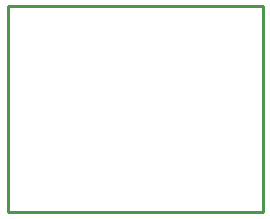
<source format=gbr>
G04 EAGLE Gerber RS-274X export*
G75*
%MOMM*%
%FSLAX34Y34*%
%LPD*%
%IN*%
%IPPOS*%
%AMOC8*
5,1,8,0,0,1.08239X$1,22.5*%
G01*
%ADD10C,0.254000*%


D10*
X88900Y25400D02*
X304600Y25400D01*
X304600Y199900D01*
X88900Y199900D01*
X88900Y25400D01*
M02*

</source>
